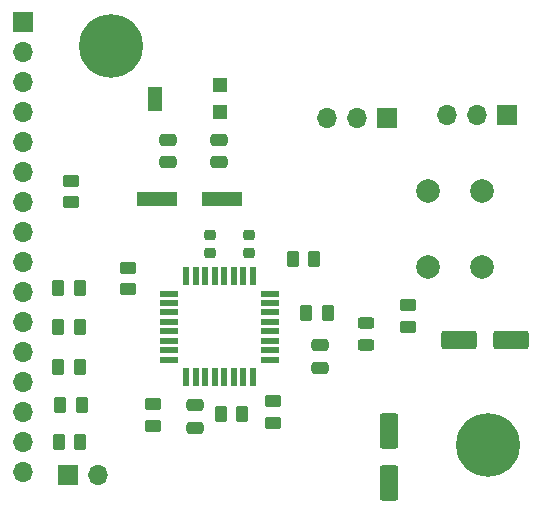
<source format=gts>
G04 #@! TF.GenerationSoftware,KiCad,Pcbnew,(6.0.9)*
G04 #@! TF.CreationDate,2022-12-23T15:26:11+01:00*
G04 #@! TF.ProjectId,mainboard,6d61696e-626f-4617-9264-2e6b69636164,rev?*
G04 #@! TF.SameCoordinates,Original*
G04 #@! TF.FileFunction,Soldermask,Top*
G04 #@! TF.FilePolarity,Negative*
%FSLAX46Y46*%
G04 Gerber Fmt 4.6, Leading zero omitted, Abs format (unit mm)*
G04 Created by KiCad (PCBNEW (6.0.9)) date 2022-12-23 15:26:11*
%MOMM*%
%LPD*%
G01*
G04 APERTURE LIST*
G04 Aperture macros list*
%AMRoundRect*
0 Rectangle with rounded corners*
0 $1 Rounding radius*
0 $2 $3 $4 $5 $6 $7 $8 $9 X,Y pos of 4 corners*
0 Add a 4 corners polygon primitive as box body*
4,1,4,$2,$3,$4,$5,$6,$7,$8,$9,$2,$3,0*
0 Add four circle primitives for the rounded corners*
1,1,$1+$1,$2,$3*
1,1,$1+$1,$4,$5*
1,1,$1+$1,$6,$7*
1,1,$1+$1,$8,$9*
0 Add four rect primitives between the rounded corners*
20,1,$1+$1,$2,$3,$4,$5,0*
20,1,$1+$1,$4,$5,$6,$7,0*
20,1,$1+$1,$6,$7,$8,$9,0*
20,1,$1+$1,$8,$9,$2,$3,0*%
G04 Aperture macros list end*
%ADD10C,2.000000*%
%ADD11RoundRect,0.250000X0.262500X0.450000X-0.262500X0.450000X-0.262500X-0.450000X0.262500X-0.450000X0*%
%ADD12RoundRect,0.250000X-0.262500X-0.450000X0.262500X-0.450000X0.262500X0.450000X-0.262500X0.450000X0*%
%ADD13RoundRect,0.250000X-0.450000X0.262500X-0.450000X-0.262500X0.450000X-0.262500X0.450000X0.262500X0*%
%ADD14RoundRect,0.243750X-0.456250X0.243750X-0.456250X-0.243750X0.456250X-0.243750X0.456250X0.243750X0*%
%ADD15RoundRect,0.250000X0.475000X-0.250000X0.475000X0.250000X-0.475000X0.250000X-0.475000X-0.250000X0*%
%ADD16RoundRect,0.250000X-0.475000X0.250000X-0.475000X-0.250000X0.475000X-0.250000X0.475000X0.250000X0*%
%ADD17RoundRect,0.250000X0.450000X-0.262500X0.450000X0.262500X-0.450000X0.262500X-0.450000X-0.262500X0*%
%ADD18C,5.400000*%
%ADD19RoundRect,0.225000X-0.250000X0.225000X-0.250000X-0.225000X0.250000X-0.225000X0.250000X0.225000X0*%
%ADD20R,1.700000X1.700000*%
%ADD21O,1.700000X1.700000*%
%ADD22RoundRect,0.250000X-0.550000X1.250000X-0.550000X-1.250000X0.550000X-1.250000X0.550000X1.250000X0*%
%ADD23R,3.500000X1.200000*%
%ADD24R,1.300000X1.300000*%
%ADD25R,1.300000X2.000000*%
%ADD26RoundRect,0.250000X-1.250000X-0.550000X1.250000X-0.550000X1.250000X0.550000X-1.250000X0.550000X0*%
%ADD27RoundRect,0.225000X0.250000X-0.225000X0.250000X0.225000X-0.250000X0.225000X-0.250000X-0.225000X0*%
%ADD28R,0.550000X1.600000*%
%ADD29R,1.600000X0.550000*%
G04 APERTURE END LIST*
D10*
X144943000Y-40692000D03*
X144943000Y-47192000D03*
X149443000Y-40692000D03*
X149443000Y-47192000D03*
D11*
X115593500Y-58801000D03*
X113768500Y-58801000D03*
D12*
X113618000Y-55626000D03*
X115443000Y-55626000D03*
X113618000Y-52197000D03*
X115443000Y-52197000D03*
X113618000Y-48895000D03*
X115443000Y-48895000D03*
D13*
X114681000Y-39854500D03*
X114681000Y-41679500D03*
X119507000Y-47220500D03*
X119507000Y-49045500D03*
X143256000Y-52220500D03*
X143256000Y-50395500D03*
D14*
X139700000Y-53769500D03*
X139700000Y-51894500D03*
D15*
X135763000Y-53787000D03*
X135763000Y-55687000D03*
D16*
X127254000Y-36388000D03*
X127254000Y-38288000D03*
D11*
X129182500Y-59563000D03*
X127357500Y-59563000D03*
D17*
X121666000Y-60602500D03*
X121666000Y-58777500D03*
D18*
X118110000Y-28448000D03*
D19*
X129794000Y-44437000D03*
X129794000Y-45987000D03*
D11*
X135278500Y-46482000D03*
X133453500Y-46482000D03*
X134596500Y-51054000D03*
X136421500Y-51054000D03*
D16*
X125222000Y-58867000D03*
X125222000Y-60767000D03*
D20*
X114447000Y-64745000D03*
D21*
X116987000Y-64745000D03*
D11*
X115466500Y-61976000D03*
X113641500Y-61976000D03*
D22*
X141605000Y-61046000D03*
X141605000Y-65446000D03*
D23*
X121964000Y-41402000D03*
X127464000Y-41402000D03*
D17*
X131826000Y-58523500D03*
X131826000Y-60348500D03*
D24*
X127337000Y-31743000D03*
D25*
X121837000Y-32893000D03*
D24*
X127337000Y-34043000D03*
D20*
X151623000Y-34245000D03*
D21*
X149083000Y-34245000D03*
X146543000Y-34245000D03*
D16*
X122936000Y-36388000D03*
X122936000Y-38288000D03*
D26*
X147533000Y-53340000D03*
X151933000Y-53340000D03*
D18*
X149987000Y-62230000D03*
D20*
X110617000Y-26416000D03*
D21*
X110617000Y-28956000D03*
X110617000Y-31496000D03*
X110617000Y-34036000D03*
X110617000Y-36576000D03*
X110617000Y-39116000D03*
X110617000Y-41656000D03*
X110617000Y-44196000D03*
X110617000Y-46736000D03*
X110617000Y-49276000D03*
X110617000Y-51816000D03*
X110617000Y-54356000D03*
X110617000Y-56896000D03*
X110617000Y-59436000D03*
X110617000Y-61976000D03*
X110617000Y-64516000D03*
D27*
X126492000Y-45987000D03*
X126492000Y-44437000D03*
D28*
X130054000Y-47947000D03*
X129254000Y-47947000D03*
X128454000Y-47947000D03*
X127654000Y-47947000D03*
X126854000Y-47947000D03*
X126054000Y-47947000D03*
X125254000Y-47947000D03*
X124454000Y-47947000D03*
D29*
X123004000Y-49397000D03*
X123004000Y-50197000D03*
X123004000Y-50997000D03*
X123004000Y-51797000D03*
X123004000Y-52597000D03*
X123004000Y-53397000D03*
X123004000Y-54197000D03*
X123004000Y-54997000D03*
D28*
X124454000Y-56447000D03*
X125254000Y-56447000D03*
X126054000Y-56447000D03*
X126854000Y-56447000D03*
X127654000Y-56447000D03*
X128454000Y-56447000D03*
X129254000Y-56447000D03*
X130054000Y-56447000D03*
D29*
X131504000Y-54997000D03*
X131504000Y-54197000D03*
X131504000Y-53397000D03*
X131504000Y-52597000D03*
X131504000Y-51797000D03*
X131504000Y-50997000D03*
X131504000Y-50197000D03*
X131504000Y-49397000D03*
D20*
X141463000Y-34499000D03*
D21*
X138923000Y-34499000D03*
X136383000Y-34499000D03*
M02*

</source>
